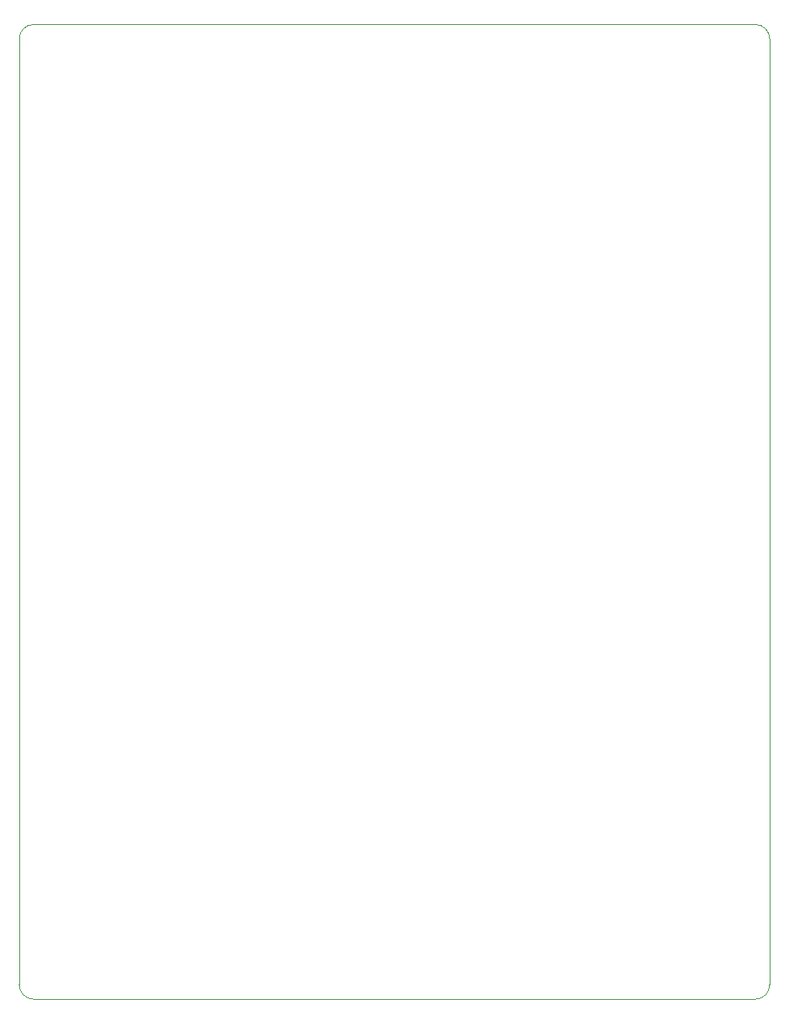
<source format=gm1>
%TF.GenerationSoftware,KiCad,Pcbnew,5.99.0-unknown-48521774cd~131~ubuntu20.04.1*%
%TF.CreationDate,2021-08-15T22:43:00-07:00*%
%TF.ProjectId,keyboard MKI,6b657962-6f61-4726-9420-4d4b492e6b69,rev?*%
%TF.SameCoordinates,Original*%
%TF.FileFunction,Profile,NP*%
%FSLAX46Y46*%
G04 Gerber Fmt 4.6, Leading zero omitted, Abs format (unit mm)*
G04 Created by KiCad (PCBNEW 5.99.0-unknown-48521774cd~131~ubuntu20.04.1) date 2021-08-15 22:43:00*
%MOMM*%
%LPD*%
G01*
G04 APERTURE LIST*
%TA.AperFunction,Profile*%
%ADD10C,0.100000*%
%TD*%
G04 APERTURE END LIST*
D10*
X144000000Y-40000000D02*
G75*
G03*
X142500000Y-38500000I-1500000J0D01*
G01*
X66500000Y-141000000D02*
G75*
G02*
X65000000Y-139500000I0J1500000D01*
G01*
X142500000Y-141000000D02*
G75*
G03*
X144000000Y-139500000I0J1500000D01*
G01*
X66500000Y-141000000D02*
X142500000Y-141000000D01*
X66500000Y-38500000D02*
G75*
G03*
X65000000Y-40000000I0J-1500000D01*
G01*
X65000000Y-40000000D02*
X65000000Y-139500000D01*
X144000000Y-40000000D02*
X144000000Y-139500000D01*
X66500000Y-38500000D02*
X142500000Y-38500000D01*
M02*

</source>
